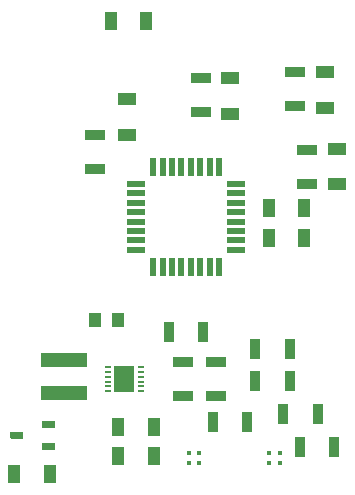
<source format=gtp>
G04 #@! TF.FileFunction,Paste,Top*
%FSLAX46Y46*%
G04 Gerber Fmt 4.6, Leading zero omitted, Abs format (unit mm)*
G04 Created by KiCad (PCBNEW 4.0.7) date 10/19/18 11:12:39*
%MOMM*%
%LPD*%
G01*
G04 APERTURE LIST*
%ADD10C,0.100000*%
%ADD11C,0.010000*%
%ADD12R,1.680000X2.200000*%
%ADD13R,0.600000X0.200000*%
%ADD14R,1.000000X1.600000*%
%ADD15R,1.600000X1.000000*%
%ADD16R,3.900000X1.200000*%
%ADD17R,0.900000X1.700000*%
%ADD18R,1.700000X0.900000*%
%ADD19R,1.600000X0.550000*%
%ADD20R,0.550000X1.600000*%
%ADD21R,0.450000X0.450000*%
%ADD22R,1.050000X0.600000*%
%ADD23R,1.000000X1.250000*%
G04 APERTURE END LIST*
D10*
D11*
X145825000Y-140950000D02*
X145825000Y-141450000D01*
X145825000Y-141450000D02*
X144875000Y-141450000D01*
X144875000Y-141450000D02*
X144875000Y-140950000D01*
X144875000Y-140950000D02*
X145825000Y-140950000D01*
X147575000Y-141900000D02*
X148525000Y-141900000D01*
X148525000Y-141900000D02*
X148525000Y-142400000D01*
X148525000Y-142400000D02*
X147575000Y-142400000D01*
X147575000Y-142400000D02*
X147575000Y-141900000D01*
X147575000Y-140000000D02*
X147575000Y-140500000D01*
X147575000Y-140500000D02*
X148525000Y-140500000D01*
X148525000Y-140500000D02*
X148525000Y-140000000D01*
X148525000Y-140000000D02*
X147575000Y-140000000D01*
D12*
X154500000Y-136500000D03*
D13*
X153100000Y-135500000D03*
X153100000Y-135900000D03*
X153100000Y-136300000D03*
X153100000Y-136700000D03*
X153100000Y-137100000D03*
X153100000Y-137500000D03*
X155900000Y-137500000D03*
X155900000Y-137100000D03*
X155900000Y-136700000D03*
X155900000Y-136300000D03*
X155900000Y-135900000D03*
X155900000Y-135500000D03*
D14*
X145200000Y-144500000D03*
X148200000Y-144500000D03*
X157000000Y-140500000D03*
X154000000Y-140500000D03*
X157000000Y-143000000D03*
X154000000Y-143000000D03*
X166750000Y-122000000D03*
X169750000Y-122000000D03*
X169750000Y-124500000D03*
X166750000Y-124500000D03*
D15*
X154725000Y-112800000D03*
X154725000Y-115800000D03*
D14*
X156350000Y-106200000D03*
X153350000Y-106200000D03*
D15*
X172500000Y-117000000D03*
X172500000Y-120000000D03*
X171500000Y-113500000D03*
X171500000Y-110500000D03*
X163500000Y-114000000D03*
X163500000Y-111000000D03*
D16*
X149400000Y-134900000D03*
X149400000Y-137700000D03*
D17*
X172275000Y-142225000D03*
X169375000Y-142225000D03*
X161200000Y-132500000D03*
X158300000Y-132500000D03*
X170875000Y-139450000D03*
X167975000Y-139450000D03*
X168500000Y-136675000D03*
X165600000Y-136675000D03*
X168500000Y-133925000D03*
X165600000Y-133925000D03*
D18*
X159500000Y-137950000D03*
X159500000Y-135050000D03*
X162250000Y-137950000D03*
X162250000Y-135050000D03*
D17*
X162025000Y-140150000D03*
X164925000Y-140150000D03*
D18*
X152025000Y-118700000D03*
X152025000Y-115800000D03*
X170000000Y-117050000D03*
X170000000Y-119950000D03*
X169000000Y-113350000D03*
X169000000Y-110450000D03*
X161000000Y-113850000D03*
X161000000Y-110950000D03*
D19*
X155500000Y-119950000D03*
X155500000Y-120750000D03*
X155500000Y-121550000D03*
X155500000Y-122350000D03*
X155500000Y-123150000D03*
X155500000Y-123950000D03*
X155500000Y-124750000D03*
X155500000Y-125550000D03*
D20*
X156950000Y-127000000D03*
X157750000Y-127000000D03*
X158550000Y-127000000D03*
X159350000Y-127000000D03*
X160150000Y-127000000D03*
X160950000Y-127000000D03*
X161750000Y-127000000D03*
X162550000Y-127000000D03*
D19*
X164000000Y-125550000D03*
X164000000Y-124750000D03*
X164000000Y-123950000D03*
X164000000Y-123150000D03*
X164000000Y-122350000D03*
X164000000Y-121550000D03*
X164000000Y-120750000D03*
X164000000Y-119950000D03*
D20*
X162550000Y-118500000D03*
X161750000Y-118500000D03*
X160950000Y-118500000D03*
X160150000Y-118500000D03*
X159350000Y-118500000D03*
X158550000Y-118500000D03*
X157750000Y-118500000D03*
X156950000Y-118500000D03*
D21*
X166800000Y-143575000D03*
X166800000Y-142725000D03*
X167650000Y-142725000D03*
X167650000Y-143575000D03*
X160000000Y-143575000D03*
X160000000Y-142725000D03*
X160850000Y-142725000D03*
X160850000Y-143575000D03*
D22*
X145350000Y-141200000D03*
X148050000Y-140250000D03*
X148050000Y-142150000D03*
D23*
X152000000Y-131500000D03*
X154000000Y-131500000D03*
M02*

</source>
